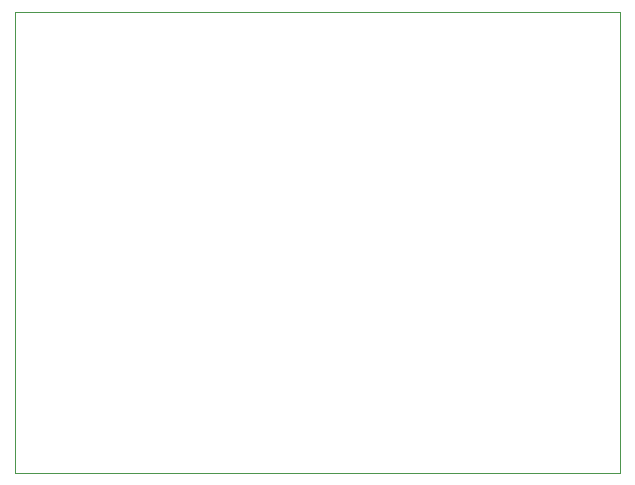
<source format=gbr>
G04 #@! TF.GenerationSoftware,KiCad,Pcbnew,5.1.2-f72e74a~84~ubuntu18.04.1*
G04 #@! TF.CreationDate,2019-05-17T10:17:23-07:00*
G04 #@! TF.ProjectId,NewVNA,4e657756-4e41-42e6-9b69-6361645f7063,CAT V.2*
G04 #@! TF.SameCoordinates,Original*
G04 #@! TF.FileFunction,Profile,NP*
%FSLAX46Y46*%
G04 Gerber Fmt 4.6, Leading zero omitted, Abs format (unit mm)*
G04 Created by KiCad (PCBNEW 5.1.2-f72e74a~84~ubuntu18.04.1) date 2019-05-17 10:17:23*
%MOMM*%
%LPD*%
G04 APERTURE LIST*
%ADD10C,0.050000*%
G04 APERTURE END LIST*
D10*
X76200000Y-64058800D02*
X25000000Y-64058800D01*
X25000000Y-25000000D02*
X25000000Y-64058800D01*
X76149200Y-25000000D02*
X76200000Y-64058800D01*
X25000000Y-25000000D02*
X76149200Y-25000000D01*
M02*

</source>
